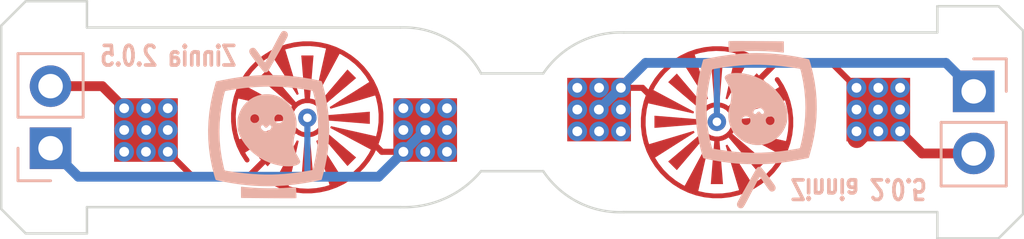
<source format=kicad_pcb>
(kicad_pcb (version 20221018) (generator pcbnew)
  (layers (0 "F.Cu" signal) (31 "B.Cu" signal) (36 "B.SilkS" user "B.Silkscreen") (37 "F.SilkS" user "F.Silkscreen") (38 "B.Mask" user) (39 "F.Mask" user) (44 "Edge.Cuts" user))
  (net 0 "")
  (net 1 "Net-(J1-Pad1)")
  (net 2 "Net-(J1-Pad2)")
  (net 3 "Net-(J2-Pad1)")
  (net 4 "Net-(J2-Pad2)")
  (footprint "PhobGCC_2_0_0_footprints:Trigger_Contact_Big" (layer "F.Cu") (at 47.422914 21.573)
    (fp_text reference "SW1" hide)
    (fp_text value "L" hide)
    (pad "1" thru_hole circle (at -5.7 -1.39) (size 0.8 0.8) (drill 0.4) (layers "*.Cu" "*.Mask") (net 1 "Net-(J1-Pad1)"))
    (pad "1" thru_hole circle (at -5.7 -0.5) (size 0.8 0.8) (drill 0.4) (layers "*.Cu" "*.Mask") (net 1 "Net-(J1-Pad1)"))
    (pad "1" thru_hole circle (at -5.7 0.39) (size 0.8 0.8) (drill 0.4) (layers "*.Cu" "*.Mask") (net 1 "Net-(J1-Pad1)"))
    (pad "1" thru_hole circle (at -4.82 -0.5) (size 0.8 0.8) (drill 0.4) (layers "*.Cu" "*.Mask") (net 1 "Net-(J1-Pad1)"))
    (pad "1" thru_hole circle (at -4.81 -1.39) (size 0.8 0.8) (drill 0.4) (layers "*.Cu" "*.Mask") (net 1 "Net-(J1-Pad1)"))
    (pad "1" smd custom (at -4.81 -0.5) (size 1.524 1.524) (layers "F.Cu" "F.Paste" "F.Mask") (net 1 "Net-(J1-Pad1)") (options (clearance outline) (anchor circle)) (primitives (gr_rect (start -1.3 -1.3) (end 1.3 1.3) (width 0) (fill yes))))
    (pad "1" thru_hole circle (at -4.81 0.39) (size 0.8 0.8) (drill 0.4) (layers "*.Cu" "*.Mask") (net 1 "Net-(J1-Pad1)"))
    (pad "1" thru_hole circle (at -3.92 -1.39) (size 0.8 0.8) (drill 0.4) (layers "*.Cu" "*.Mask") (net 1 "Net-(J1-Pad1)"))
    (pad "1" thru_hole circle (at -3.92 -0.5) (size 0.8 0.8) (drill 0.4) (layers "*.Cu" "*.Mask") (net 1 "Net-(J1-Pad1)"))
    (pad "1" thru_hole circle (at -3.92 0.39) (size 0.8 0.8) (drill 0.4) (layers "*.Cu" "*.Mask") (net 1 "Net-(J1-Pad1)"))
    (pad "1" smd custom (at -2.65 -1) (size 0.356 0.356) (layers "F.Cu" "F.Paste" "F.Mask") (net 1 "Net-(J1-Pad1)") (options (clearance outline) (anchor circle)) (primitives (gr_arc (start 5.111435 -0.72988) (mid 0.526945 3.15211) (end 4.399839 -1.440066) (width 0.2)) (gr_poly (pts (xy 1.703449 1.369774) (xy 1.738804 1.440485) (xy 0.114665 2.472705) (xy -0.1505 1.924697)) (width 0) (fill yes)) (gr_poly (pts (xy 3.005749 1.969063) (xy 3.076459 1.933707) (xy 4.114047 3.568938) (xy 3.56604 3.834103)) (width 0) (fill yes)) (gr_poly (pts (xy 2.287472 0.057205) (xy 2.21676 0.092561) (xy 1.183521 -1.534395) (xy 1.731529 -1.79956)) (width 0) (fill yes)) (gr_poly (pts (xy 3.583103 1.448376) (xy 3.608104 1.373376) (xy 5.48821 1.792543) (xy 5.288209 2.367544)) (width 0) (fill yes)) (gr_poly (pts (xy 2.235686 1.937266) (xy 2.310687 1.962266) (xy 1.879832 3.875973) (xy 1.304833 3.675973)) (width 0) (fill yes)) (gr_poly (pts (xy 3.634031 0.65999) (xy 3.598676 0.58928) (xy 5.221933 -0.442173) (xy 5.487098 0.105835)) (width 0) (fill yes)) (gr_poly (pts (xy 3.079247 0.078767) (xy 3.004246 0.053767) (xy 3.426359 -1.833924) (xy 4.001359 -1.633924)) (width 0) (fill yes)) (gr_poly (pts (xy 1.716083 0.585141) (xy 1.691082 0.66014) (xy -0.234407 0.224862) (xy -0.034407 -0.350138)) (width 0) (fill yes))))
    (pad "1" thru_hole circle (at 0 0) (size 0.75 0.75) (drill 0.35) (layers "*.Cu" "*.Mask") (net 1 "Net-(J1-Pad1)"))
    (pad "2" smd custom (at 1.65 -1.65) (size 0.356 0.156) (layers "F.Cu" "F.Paste" "F.Mask") (net 2 "Net-(J1-Pad2)") (options (clearance outline) (anchor rect)) (primitives (gr_poly (pts (xy -1.097608 1.226794) (xy -1.239029 1.085372) (xy -0.027632 -0.338156) (xy 0.325921 0.015398)) (width 0) (fill yes)) (gr_circle (center -1.65 1.65) (end -0.95 1.65) (width 0.2) (fill none)) (gr_poly (pts (xy -0.95 1.75) (xy -0.95 1.55) (xy 0.9 1.4) (xy 0.9 1.9)) (width 0) (fill yes)) (gr_poly (pts (xy -1.75 2.35) (xy -1.55 2.35) (xy -1.4 4.2) (xy -1.9 4.2)) (width 0) (fill yes)) (gr_poly (pts (xy -2.35 1.55) (xy -2.35 1.75) (xy -4.2 1.9) (xy -4.2 1.4)) (width 0) (fill yes)) (gr_poly (pts (xy -2.087557 1.085372) (xy -2.228979 1.226794) (xy -3.640007 0.027898) (xy -3.286453 -0.325656)) (width 0) (fill yes)) (gr_poly (pts (xy -1.239029 2.216743) (xy -1.097608 2.075322) (xy 0.32592 3.286718) (xy -0.027633 3.640271)) (width 0) (fill yes)) (gr_poly (pts (xy -2.228979 2.075322) (xy -2.087557 2.216743) (xy -3.286451 3.62777) (xy -3.640005 3.274217)) (width 0) (fill yes)) (gr_poly (pts (xy -1.55 0.95) (xy -1.75 0.95) (xy -1.9 -0.9) (xy -1.4 -0.9)) (width 0) (fill yes))))
    (pad "2" thru_hole circle (at 5.7 -1.39) (size 0.8 0.8) (drill 0.4) (layers "*.Cu" "*.Mask") (net 2 "Net-(J1-Pad2)"))
    (pad "2" thru_hole circle (at 5.7 -0.5) (size 0.8 0.8) (drill 0.4) (layers "*.Cu" "*.Mask") (net 2 "Net-(J1-Pad2)"))
    (pad "2" thru_hole circle (at 5.7 0.39) (size 0.8 0.8) (drill 0.4) (layers "*.Cu" "*.Mask") (net 2 "Net-(J1-Pad2)"))
    (pad "2" thru_hole circle (at 6.58 -0.5) (size 0.8 0.8) (drill 0.4) (layers "*.Cu" "*.Mask") (net 2 "Net-(J1-Pad2)"))
    (pad "2" thru_hole circle (at 6.59 -1.39) (size 0.8 0.8) (drill 0.4) (layers "*.Cu" "*.Mask") (net 2 "Net-(J1-Pad2)"))
    (pad "2" smd custom (at 6.59 -0.5) (size 1.524 1.524) (layers "F.Cu" "F.Paste" "F.Mask") (net 2 "Net-(J1-Pad2)") (options (clearance outline) (anchor circle)) (primitives (gr_rect (start -1.3 -1.3) (end 1.3 1.3) (width 0) (fill yes))))
    (pad "2" thru_hole circle (at 6.59 0.39) (size 0.8 0.8) (drill 0.4) (layers "*.Cu" "*.Mask") (net 2 "Net-(J1-Pad2)"))
    (pad "2" thru_hole circle (at 7.48 -1.39) (size 0.8 0.8) (drill 0.4) (layers "*.Cu" "*.Mask") (net 2 "Net-(J1-Pad2)"))
    (pad "2" thru_hole circle (at 7.48 -0.5) (size 0.8 0.8) (drill 0.4) (layers "*.Cu" "*.Mask") (net 2 "Net-(J1-Pad2)"))
    (pad "2" thru_hole circle (at 7.48 0.39) (size 0.8 0.8) (drill 0.4) (layers "*.Cu" "*.Mask") (net 2 "Net-(J1-Pad2)"))
  )
  (footprint "PhobGCC_Footprints:breakaway-mousebites-double" (layer "F.Cu") (at 40.33085 21.36 90)
    (fp_text reference "H2" hide)
    (fp_text value "MouseBiteRA" hide)
    (fp_line (start -2.233 -2.537893) (end -2.233 0.002107) (stroke (width 0.1)) (layer "Edge.Cuts"))
    (fp_line (start 1.767 -2.537893) (end 1.767 0.002107) (stroke (width 0.1)) (layer "Edge.Cuts"))
    (pad "" np_thru_hole circle (at -1.5 -2.26085 270) (size 0.7874 0.7874) (drill 0.7874) (layers "*.Cu" "*.Mask"))
    (pad "" np_thru_hole circle (at -1.5 -0.23 90) (size 0.7874 0.7874) (drill 0.7874) (layers "*.Cu" "*.Mask"))
    (pad "" np_thru_hole circle (at -0.23 -2.26085 270) (size 0.7874 0.7874) (drill 0.7874) (layers "*.Cu" "*.Mask"))
    (pad "" np_thru_hole circle (at -0.23 -0.23 90) (size 0.7874 0.7874) (drill 0.7874) (layers "*.Cu" "*.Mask"))
    (pad "" np_thru_hole circle (at 1.04 -2.26085 270) (size 0.7874 0.7874) (drill 0.7874) (layers "*.Cu" "*.Mask"))
    (pad "" np_thru_hole circle (at 1.04 -0.23 90) (size 0.7874 0.7874) (drill 0.7874) (layers "*.Cu" "*.Mask"))
  )
  (footprint "PhobGCC_2_0_0_footprints:Trigger_Contact_Big" (layer "F.Cu") (at 30.703 21.409503 180)
    (fp_text reference "SW2" hide)
    (fp_text value "R" hide)
    (pad "1" thru_hole circle (at -5.7 -1.39 180) (size 0.8 0.8) (drill 0.4) (layers "*.Cu" "*.Mask") (net 3 "Net-(J2-Pad1)"))
    (pad "1" thru_hole circle (at -5.7 -0.5 180) (size 0.8 0.8) (drill 0.4) (layers "*.Cu" "*.Mask") (net 3 "Net-(J2-Pad1)"))
    (pad "1" thru_hole circle (at -5.7 0.39 180) (size 0.8 0.8) (drill 0.4) (layers "*.Cu" "*.Mask") (net 3 "Net-(J2-Pad1)"))
    (pad "1" thru_hole circle (at -4.82 -0.5 180) (size 0.8 0.8) (drill 0.4) (layers "*.Cu" "*.Mask") (net 3 "Net-(J2-Pad1)"))
    (pad "1" thru_hole circle (at -4.81 -1.39 180) (size 0.8 0.8) (drill 0.4) (layers "*.Cu" "*.Mask") (net 3 "Net-(J2-Pad1)"))
    (pad "1" smd custom (at -4.81 -0.5 180) (size 1.524 1.524) (layers "F.Cu" "F.Paste" "F.Mask") (net 3 "Net-(J2-Pad1)") (options (clearance outline) (anchor circle)) (primitives (gr_rect (start -1.3 -1.3) (end 1.3 1.3) (width 0) (fill yes))))
    (pad "1" thru_hole circle (at -4.81 0.39 180) (size 0.8 0.8) (drill 0.4) (layers "*.Cu" "*.Mask") (net 3 "Net-(J2-Pad1)"))
    (pad "1" thru_hole circle (at -3.92 -1.39 180) (size 0.8 0.8) (drill 0.4) (layers "*.Cu" "*.Mask") (net 3 "Net-(J2-Pad1)"))
    (pad "1" thru_hole circle (at -3.92 -0.5 180) (size 0.8 0.8) (drill 0.4) (layers "*.Cu" "*.Mask") (net 3 "Net-(J2-Pad1)"))
    (pad "1" thru_hole circle (at -3.92 0.39 180) (size 0.8 0.8) (drill 0.4) (layers "*.Cu" "*.Mask") (net 3 "Net-(J2-Pad1)"))
    (pad "1" smd custom (at -2.65 -1 180) (size 0.356 0.356) (layers "F.Cu" "F.Paste" "F.Mask") (net 3 "Net-(J2-Pad1)") (options (clearance outline) (anchor circle)) (primitives (gr_arc (start 5.111435 -0.72988) (mid 0.526945 3.15211) (end 4.399839 -1.440066) (width 0.2)) (gr_poly (pts (xy 1.703449 1.369774) (xy 1.738804 1.440485) (xy 0.114665 2.472705) (xy -0.1505 1.924697)) (width 0) (fill yes)) (gr_poly (pts (xy 3.005749 1.969063) (xy 3.076459 1.933707) (xy 4.114047 3.568938) (xy 3.56604 3.834103)) (width 0) (fill yes)) (gr_poly (pts (xy 2.287472 0.057205) (xy 2.21676 0.092561) (xy 1.183521 -1.534395) (xy 1.731529 -1.79956)) (width 0) (fill yes)) (gr_poly (pts (xy 3.583103 1.448376) (xy 3.608104 1.373376) (xy 5.48821 1.792543) (xy 5.288209 2.367544)) (width 0) (fill yes)) (gr_poly (pts (xy 2.235686 1.937266) (xy 2.310687 1.962266) (xy 1.879832 3.875973) (xy 1.304833 3.675973)) (width 0) (fill yes)) (gr_poly (pts (xy 3.634031 0.65999) (xy 3.598676 0.58928) (xy 5.221933 -0.442173) (xy 5.487098 0.105835)) (width 0) (fill yes)) (gr_poly (pts (xy 3.079247 0.078767) (xy 3.004246 0.053767) (xy 3.426359 -1.833924) (xy 4.001359 -1.633924)) (width 0) (fill yes)) (gr_poly (pts (xy 1.716083 0.585141) (xy 1.691082 0.66014) (xy -0.234407 0.224862) (xy -0.034407 -0.350138)) (width 0) (fill yes))))
    (pad "1" thru_hole circle (at 0 0 180) (size 0.75 0.75) (drill 0.35) (layers "*.Cu" "*.Mask") (net 3 "Net-(J2-Pad1)"))
    (pad "2" smd custom (at 1.65 -1.65 180) (size 0.356 0.156) (layers "F.Cu" "F.Paste" "F.Mask") (net 4 "Net-(J2-Pad2)") (options (clearance outline) (anchor rect)) (primitives (gr_poly (pts (xy -1.097608 1.226794) (xy -1.239029 1.085372) (xy -0.027632 -0.338156) (xy 0.325921 0.015398)) (width 0) (fill yes)) (gr_circle (center -1.65 1.65) (end -0.95 1.65) (width 0.2) (fill none)) (gr_poly (pts (xy -0.95 1.75) (xy -0.95 1.55) (xy 0.9 1.4) (xy 0.9 1.9)) (width 0) (fill yes)) (gr_poly (pts (xy -1.75 2.35) (xy -1.55 2.35) (xy -1.4 4.2) (xy -1.9 4.2)) (width 0) (fill yes)) (gr_poly (pts (xy -2.35 1.55) (xy -2.35 1.75) (xy -4.2 1.9) (xy -4.2 1.4)) (width 0) (fill yes)) (gr_poly (pts (xy -2.087557 1.085372) (xy -2.228979 1.226794) (xy -3.640007 0.027898) (xy -3.286453 -0.325656)) (width 0) (fill yes)) (gr_poly (pts (xy -1.239029 2.216743) (xy -1.097608 2.075322) (xy 0.32592 3.286718) (xy -0.027633 3.640271)) (width 0) (fill yes)) (gr_poly (pts (xy -2.228979 2.075322) (xy -2.087557 2.216743) (xy -3.286451 3.62777) (xy -3.640005 3.274217)) (width 0) (fill yes)) (gr_poly (pts (xy -1.55 0.95) (xy -1.75 0.95) (xy -1.9 -0.9) (xy -1.4 -0.9)) (width 0) (fill yes))))
    (pad "2" thru_hole circle (at 5.7 -1.39 180) (size 0.8 0.8) (drill 0.4) (layers "*.Cu" "*.Mask") (net 4 "Net-(J2-Pad2)"))
    (pad "2" thru_hole circle (at 5.7 -0.5 180) (size 0.8 0.8) (drill 0.4) (layers "*.Cu" "*.Mask") (net 4 "Net-(J2-Pad2)"))
    (pad "2" thru_hole circle (at 5.7 0.39 180) (size 0.8 0.8) (drill 0.4) (layers "*.Cu" "*.Mask") (net 4 "Net-(J2-Pad2)"))
    (pad "2" thru_hole circle (at 6.58 -0.5 180) (size 0.8 0.8) (drill 0.4) (layers "*.Cu" "*.Mask") (net 4 "Net-(J2-Pad2)"))
    (pad "2" thru_hole circle (at 6.59 -1.39 180) (size 0.8 0.8) (drill 0.4) (layers "*.Cu" "*.Mask") (net 4 "Net-(J2-Pad2)"))
    (pad "2" smd custom (at 6.59 -0.5 180) (size 1.524 1.524) (layers "F.Cu" "F.Paste" "F.Mask") (net 4 "Net-(J2-Pad2)") (options (clearance outline) (anchor circle)) (primitives (gr_rect (start -1.3 -1.3) (end 1.3 1.3) (width 0) (fill yes))))
    (pad "2" thru_hole circle (at 6.59 0.39 180) (size 0.8 0.8) (drill 0.4) (layers "*.Cu" "*.Mask") (net 4 "Net-(J2-Pad2)"))
    (pad "2" thru_hole circle (at 7.48 -1.39 180) (size 0.8 0.8) (drill 0.4) (layers "*.Cu" "*.Mask") (net 4 "Net-(J2-Pad2)"))
    (pad "2" thru_hole circle (at 7.48 -0.5 180) (size 0.8 0.8) (drill 0.4) (layers "*.Cu" "*.Mask") (net 4 "Net-(J2-Pad2)"))
    (pad "2" thru_hole circle (at 7.48 0.39 180) (size 0.8 0.8) (drill 0.4) (layers "*.Cu" "*.Mask") (net 4 "Net-(J2-Pad2)"))
  )
  (footprint "PhobGCC_Footprints:Pin_Header_Straight_1x02_Pitch2.54mm" (layer "B.Cu") (at 57.907914 20.328003 180)
    (fp_text reference "J1" hide)
    (fp_text value "L" hide)
    (fp_line (start -1.33 -3.87) (end 1.33 -3.87) (stroke (width 0.12)) (layer "B.SilkS"))
    (fp_line (start -1.33 -1.27) (end -1.33 -3.87) (stroke (width 0.12)) (layer "B.SilkS"))
    (fp_line (start -1.33 -1.27) (end 1.33 -1.27) (stroke (width 0.12)) (layer "B.SilkS"))
    (fp_line (start -1.33 0) (end -1.33 1.33) (stroke (width 0.12)) (layer "B.SilkS"))
    (fp_line (start -1.33 1.33) (end 0 1.33) (stroke (width 0.12)) (layer "B.SilkS"))
    (fp_line (start 1.33 -1.27) (end 1.33 -3.87) (stroke (width 0.12)) (layer "B.SilkS"))
    (pad "1" thru_hole rect (at 0 0 180) (size 1.7 1.7) (drill 1) (layers "*.Cu" "*.Mask") (net 1 "Net-(J1-Pad1)"))
    (pad "2" thru_hole oval (at 0 -2.54 180) (size 1.7 1.7) (drill 1) (layers "*.Cu" "*.Mask") (net 2 "Net-(J1-Pad2)"))
  )
  (footprint "Library:phobtv_bold_smol" (layer "B.Cu") (at 49.024943 21.685)
    (fp_text reference "G***" hide)
    (fp_text value "LOGO" hide)
    (fp_poly (pts (xy 1.128773 -2.944901) (xy 1.13119 -2.945735) (xy 1.132329 -2.957281) (xy 1.133129 -2.986661) (xy 1.13361 -3.029938) (xy 1.133795 -3.083174) (xy 1.133708 -3.142431) (xy 1.133368 -3.203771) (xy 1.1328 -3.263258) (xy 1.132025 -3.316954) (xy 1.131065 -3.360921) (xy 1.129943 -3.391221) (xy 1.128681 -3.403918) (xy 1.128604 -3.404031) (xy 1.117709 -3.404349) (xy 1.086478 -3.404802) (xy 1.036351 -3.405378) (xy 0.968764 -3.406064) (xy 0.885158 -3.406847) (xy 0.78697 -3.407716) (xy 0.675639 -3.408657) (xy 0.552603 -3.409658) (xy 0.419301 -3.410707) (xy 0.277172 -3.411792) (xy 0.127653 -3.412899) (xy 0.004348 -3.413788) (xy -0.185953 -3.415088) (xy -0.355457 -3.416119) (xy -0.505138 -3.416879) (xy -0.635972 -3.417362) (xy -0.748934 -3.417564) (xy -0.844998 -3.417481) (xy -0.925141 -3.417108) (xy -0.990337 -3.416442) (xy -1.041561 -3.415478) (xy -1.07979 -3.414212) (xy -1.105997 -3.41264) (xy -1.121158 -3.410757) (xy -1.126145 -3.408828) (xy -1.128989 -3.393264) (xy -1.13037 -3.360941) (xy -1.130462 -3.315773) (xy -1.12944 -3.261675) (xy -1.127477 -3.202563) (xy -1.124747 -3.142353) (xy -1.121424 -3.084958) (xy -1.117681 -3.034296) (xy -1.113692 -2.99428) (xy -1.109632 -2.968827) (xy -1.106286 -2.961564) (xy -1.09193 -2.962508) (xy -1.059643 -2.964987) (xy -1.01319 -2.9687) (xy -0.956337 -2.973346) (xy -0.903643 -2.977721) (xy -0.602638 -2.997432) (xy -0.288392 -3.007747) (xy 0.032733 -3.008756) (xy 0.354379 -3.000551) (xy 0.670184 -2.983219) (xy 0.973789 -2.956852) (xy 1.033638 -2.950373) (xy 1.076029 -2.946313) (xy 1.109532 -2.944404)) (fill solid) (layer "B.SilkS"))
    (fp_poly (pts (xy -0.59812 3.42473) (xy -0.584482 3.42319) (xy -0.571776 3.420306) (xy -0.559287 3.414918) (xy -0.546301 3.405862) (xy -0.532103 3.391979) (xy -0.515979 3.372104) (xy -0.497216 3.345077) (xy -0.475098 3.309736) (xy -0.448911 3.264918) (xy -0.417942 3.209462) (xy -0.381475 3.142206) (xy -0.338797 3.061987) (xy -0.289193 2.967645) (xy -0.23195 2.858017) (xy -0.166351 2.731941) (xy -0.091685 2.588256) (xy -0.055279 2.518204) (xy -0.01572 2.442223) (xy 0.02169 2.370611) (xy 0.055475 2.306177) (xy 0.084155 2.25173) (xy 0.106256 2.210079) (xy 0.120299 2.184032) (xy 0.122897 2.179369) (xy 0.138152 2.153686) (xy 0.147734 2.144631) (xy 0.156638 2.149851) (xy 0.164435 2.159793) (xy 0.174899 2.174535) (xy 0.195901 2.20475) (xy 0.22571 2.247925) (xy 0.262594 2.301545) (xy 0.304822 2.363097) (xy 0.350662 2.430066) (xy 0.359254 2.442633) (xy 0.418275 2.527919) (xy 0.46914 2.599199) (xy 0.511079 2.655455) (xy 0.543324 2.695666) (xy 0.565106 2.718812) (xy 0.57051 2.72294) (xy 0.618958 2.740681) (xy 0.670728 2.74032) (xy 0.719967 2.723501) (xy 0.760824 2.69187) (xy 0.780189 2.664) (xy 0.796689 2.61039) (xy 0.7918 2.554324) (xy 0.765475 2.495278) (xy 0.764157 2.493137) (xy 0.742209 2.459787) (xy 0.710563 2.414409) (xy 0.670928 2.359245) (xy 0.625015 2.296538) (xy 0.574533 2.228531) (xy 0.521192 2.157467) (xy 0.466703 2.085589) (xy 0.412775 2.015138) (xy 0.361119 1.948359) (xy 0.313444 1.887493) (xy 0.271461 1.834783) (xy 0.236879 1.792473) (xy 0.211408 1.762805) (xy 0.196759 1.748022) (xy 0.195304 1.747062) (xy 0.146972 1.733083) (xy 0.095475 1.735985) (xy 0.06297 1.747997) (xy 0.039548 1.7673) (xy 0.015318 1.797046) (xy 0.007057 1.810163) (xy -0.048584 1.907708) (xy -0.108173 2.012418) (xy -0.170529 2.122202) (xy -0.234473 2.234968) (xy -0.298824 2.348625) (xy -0.362402 2.461083) (xy -0.424028 2.57025) (xy -0.482521 2.674034) (xy -0.536701 2.770345) (xy -0.585388 2.857093) (xy -0.627403 2.932184) (xy -0.661565 2.993529) (xy -0.686694 3.039036) (xy -0.695127 3.054504) (xy -0.72892 3.117818) (xy -0.753166 3.165834) (xy -0.769319 3.202047) (xy -0.778833 3.229953) (xy -0.783161 3.253046) (xy -0.783883 3.267918) (xy -0.774178 3.323421) (xy -0.747489 3.370205) (xy -0.707453 3.404896) (xy -0.65771 3.424116) (xy -0.613403 3.42609)) (fill solid) (layer "B.SilkS"))
    (fp_poly (pts (xy 0.162363 0.840019) (xy 0.312452 0.819482) (xy 0.461465 0.779284) (xy 0.607771 0.718737) (xy 0.649975 0.696997) (xy 0.7857 0.611664) (xy 0.907633 0.509969) (xy 1.014824 0.393133) (xy 1.106325 0.262377) (xy 1.181188 0.118921) (xy 1.238463 -0.036012) (xy 1.249378 -0.074365) (xy 1.260146 -0.116636) (xy 1.267816 -0.154048) (xy 1.272903 -0.191873) (xy 1.275924 -0.235381) (xy 1.277397 -0.289844) (xy 1.277837 -0.360533) (xy 1.277841 -0.364724) (xy 1.275868 -0.472086) (xy 1.269006 -0.563504) (xy 1.256148 -0.644475) (xy 1.236185 -0.720499) (xy 1.208011 -0.797073) (xy 1.176628 -0.867015) (xy 1.077804 -1.048975) (xy 0.96094 -1.22021) (xy 0.827496 -1.379683) (xy 0.678932 -1.526355) (xy 0.516709 -1.65919) (xy 0.342288 -1.777149) (xy 0.157128 -1.879195) (xy -0.037309 -1.964291) (xy -0.239564 -2.031398) (xy -0.448175 -2.07948) (xy -0.553086 -2.095888) (xy -0.636564 -2.104315) (xy -0.727664 -2.109134) (xy -0.819318 -2.110274) (xy -0.904461 -2.107663) (xy -0.976024 -2.101228) (xy -0.982752 -2.100285) (xy -1.07249 -2.082329) (xy -1.148703 -2.05724) (xy -1.209671 -2.026053) (xy -1.253675 -1.989807) (xy -1.278997 -1.949539) (xy -1.284697 -1.918084) (xy -1.278264 -1.88773) (xy -1.25929 -1.840995) (xy -1.228266 -1.77894) (xy -1.18568 -1.702631) (xy -1.184754 -1.701035) (xy -1.126819 -1.596941) (xy -1.082312 -1.506876) (xy -1.050215 -1.42858) (xy -1.029509 -1.359792) (xy -1.027924 -1.35289) (xy -1.015291 -1.261036) (xy -1.014202 -1.153305) (xy -1.024399 -1.032121) (xy -1.045625 -0.899909) (xy -1.077623 -0.759092) (xy -1.099252 -0.680454) (xy -1.125763 -0.5577) (xy -1.129806 -0.513594) (xy -0.111014 -0.513594) (xy -0.094045 -0.558235) (xy -0.080596 -0.579578) (xy -0.032354 -0.632298) (xy 0.024243 -0.664967) (xy 0.089325 -0.677622) (xy 0.163027 -0.670306) (xy 0.192531 -0.662538) (xy 0.222368 -0.646408) (xy 0.256711 -0.617636) (xy 0.289227 -0.582469) (xy 0.313587 -0.547154) (xy 0.317613 -0.539138) (xy 0.324271 -0.500678) (xy 0.312081 -0.464065) (xy 0.288276 -0.439778) (xy 0.26483 -0.428438) (xy 0.241928 -0.430528) (xy 0.228569 -0.435517) (xy 0.206162 -0.447203) (xy 0.196022 -0.457239) (xy 0.195971 -0.457751) (xy 0.18954 -0.47093) (xy 0.173528 -0.492971) (xy 0.167785 -0.499979) (xy 0.134228 -0.527281) (xy 0.098891 -0.533367) (xy 0.064139 -0.518164) (xy 0.048583 -0.503536) (xy 0.023265 -0.475015) (xy -0.000411 -0.448248) (xy -0.000558 -0.448081) (xy -0.022967 -0.430011) (xy -0.048129 -0.428798) (xy -0.052357 -0.429745) (xy -0.089782 -0.44729) (xy -0.109463 -0.475926) (xy -0.111014 -0.513594) (xy -1.129806 -0.513594) (xy -1.137966 -0.424562) (xy -1.135917 -0.287023) (xy -1.120353 -0.156754) (xy -0.587872 -0.156754) (xy -0.577987 -0.219373) (xy -0.549907 -0.273013) (xy -0.505844 -0.314169) (xy -0.479406 -0.328575) (xy -0.441228 -0.337057) (xy -0.393983 -0.336335) (xy -0.347856 -0.327377) (xy -0.31562 -0.313009) (xy -0.269034 -0.272203) (xy -0.241614 -0.224727) (xy -0.234696 -0.191958) (xy 0.393496 -0.191958) (xy 0.399564 -0.220902) (xy 0.414631 -0.248514) (xy 0.415734 -0.250148) (xy 0.45918 -0.299023) (xy 0.510129 -0.327839) (xy 0.570194 -0.337501) (xy 0.571582 -0.337505) (xy 0.620945 -0.332523) (xy 0.660164 -0.315875) (xy 0.664976 -0.31275) (xy 0.712785 -0.271466) (xy 0.740478 -0.224403) (xy 0.749504 -0.168779) (xy 0.748914 -0.15171) (xy 0.735905 -0.088784) (xy 0.7064 -0.0399) (xy 0.659971 -0.004405) (xy 0.64887 0.00103) (xy 0.59371 0.018531) (xy 0.541799 0.017155) (xy 0.494294 0.00103) (xy 0.444503 -0.031922) (xy 0.41172 -0.078135) (xy 0.395517 -0.138262) (xy 0.39425 -0.15171) (xy 0.393496 -0.191958) (xy -0.234696 -0.191958) (xy -0.231692 -0.177729) (xy -0.235855 -0.118771) (xy -0.257272 -0.067345) (xy -0.292399 -0.025802) (xy -0.337693 0.003508) (xy -0.389611 0.018236) (xy -0.444609 0.016031) (xy -0.495048 -0.003067) (xy -0.545257 -0.041774) (xy -0.576057 -0.090243) (xy -0.58774 -0.148953) (xy -0.587872 -0.156754) (xy -1.120353 -0.156754) (xy -1.119673 -0.151063) (xy -1.093177 -0.035732) (xy -1.038897 0.11477) (xy -0.967752 0.253152) (xy -0.881373 0.378727) (xy -0.78139 0.49081) (xy -0.669436 0.588715) (xy -0.547141 0.671757) (xy -0.416136 0.739249) (xy -0.278052 0.790507) (xy -0.13452 0.824845) (xy 0.012828 0.841578)) (fill solid) (layer "B.SilkS"))
    (fp_poly (pts (xy 0.161396 1.622304) (xy 0.359089 1.616435) (xy 0.55271 1.606222) (xy 0.745436 1.59131) (xy 0.940445 1.571344) (xy 1.140916 1.545968) (xy 1.350027 1.514829) (xy 1.570956 1.477571) (xy 1.806882 1.433839) (xy 1.997747 1.396139) (xy 2.150102 1.365355) (xy 2.185427 1.246094) (xy 2.287068 0.867295) (xy 2.367023 0.490327) (xy 2.425295 0.115066) (xy 2.461884 -0.258609) (xy 2.476792 -0.630822) (xy 2.470021 -1.001695) (xy 2.441573 -1.371351) (xy 2.391447 -1.739913) (xy 2.319647 -2.107503) (xy 2.230065 -2.460523) (xy 2.212119 -2.522292) (xy 2.195241 -2.577153) (xy 2.180618 -2.621498) (xy 2.169433 -2.65172) (xy 2.16324 -2.663909) (xy 2.148336 -2.670215) (xy 2.114475 -2.679704) (xy 2.064156 -2.691854) (xy 1.999881 -2.706146) (xy 1.924149 -2.722059) (xy 1.83946 -2.739071) (xy 1.748315 -2.756662) (xy 1.653212 -2.774312) (xy 1.556654 -2.7915) (xy 1.521687 -2.797531) (xy 1.214507 -2.844327) (xy 0.90246 -2.880878) (xy 0.590486 -2.906829) (xy 0.283522 -2.921827) (xy -0.013496 -2.925517) (xy -0.206858 -2.921402) (xy -0.635153 -2.897266) (xy -1.057241 -2.855709) (xy -1.477714 -2.796132) (xy -1.901164 -2.717939) (xy -2.10039 -2.675066) (xy -2.159417 -2.661807) (xy -2.190705 -2.553) (xy -2.289951 -2.171057) (xy -2.36751 -1.790765) (xy -2.423391 -1.411891) (xy -2.457599 -1.034205) (xy -2.470143 -0.657475) (xy -2.47004 -0.653236) (xy -2.018199 -0.653236) (xy -2.015624 -0.837629) (xy -2.008388 -1.009704) (xy -1.995885 -1.175605) (xy -1.97751 -1.341472) (xy -1.952657 -1.513449) (xy -1.92072 -1.697678) (xy -1.909276 -1.758294) (xy -1.897795 -1.815238) (xy -1.883895 -1.879697) (xy -1.868416 -1.948237) (xy -1.852198 -2.017424) (xy -1.83608 -2.083823) (xy -1.820901 -2.144001) (xy -1.8075 -2.194523) (xy -1.796718 -2.231954) (xy -1.789394 -2.25286) (xy -1.787677 -2.255773) (xy -1.774485 -2.260242) (xy -1.742879 -2.267433) (xy -1.695972 -2.276798) (xy -1.636878 -2.287791) (xy -1.56871 -2.299863) (xy -1.494581 -2.312466) (xy -1.417604 -2.325052) (xy -1.340894 -2.337075) (xy -1.267563 -2.347985) (xy -1.246592 -2.350973) (xy -0.94631 -2.389436) (xy -0.660917 -2.417912) (xy -0.386075 -2.436633) (xy -0.117447 -2.445835) (xy 0.149305 -2.445752) (xy 0.375611 -2.438654) (xy 0.705458 -2.418983) (xy 1.026407 -2.389658) (xy 1.348651 -2.349642) (xy 1.55688 -2.318483) (xy 1.622041 -2.308042) (xy 1.681006 -2.298423) (xy 1.729909 -2.290271) (xy 1.764885 -2.284229) (xy 1.781791 -2.281008) (xy 1.792169 -2.276096) (xy 1.801247 -2.264442) (xy 1.810361 -2.242642) (xy 1.820847 -2.207293) (xy 1.834041 -2.154989) (xy 1.838444 -2.13667) (xy 1.914414 -1.773068) (xy 1.968612 -1.409741) (xy 2.001039 -1.046666) (xy 2.011693 -0.683817) (xy 2.000576 -0.321167) (xy 1.967688 0.041309) (xy 1.91303 0.403636) (xy 1.867572 0.631128) (xy 1.851364 0.703463) (xy 1.835066 0.77303) (xy 1.819516 0.836552) (xy 1.805547 0.890754) (xy 1.793997 0.932364) (xy 1.785699 0.958105) (xy 1.782441 0.96478) (xy 1.768019 0.970209) (xy 1.73469 0.978064) (xy 1.685134 0.987921) (xy 1.622033 0.999359) (xy 1.548066 1.011952) (xy 1.465914 1.025279) (xy 1.378258 1.038917) (xy 1.287778 1.052442) (xy 1.197154 1.065432) (xy 1.109068 1.077463) (xy 1.026199 1.088112) (xy 0.951227 1.096957) (xy 0.930862 1.099176) (xy 0.567955 1.131126) (xy 0.211022 1.149214) (xy -0.137348 1.153418) (xy -0.474563 1.143713) (xy -0.798035 1.120075) (xy -0.843763 1.115477) (xy -0.928307 1.106209) (xy -1.019973 1.095349) (xy -1.116295 1.083259) (xy -1.214809 1.070302) (xy -1.31305 1.056841) (xy -1.408552 1.043239) (xy -1.498851 1.029858) (xy -1.581482 1.017061) (xy -1.65398 1.00521) (xy -1.713879 0.994669) (xy -1.758715 0.985801) (xy -1.786023 0.978967) (xy -1.793238 0.975757) (xy -1.798863 0.962277) (xy -1.808297 0.931036) (xy -1.820672 0.885541) (xy -1.835119 0.829296) (xy -1.850771 0.765807) (xy -1.866759 0.698581) (xy -1.882215 0.631122) (xy -1.896271 0.566937) (xy -1.905466 0.522589) (xy -1.945937 0.302451) (xy -1.976786 0.090528) (xy -1.998642 -0.11977) (xy -2.012137 -0.335032) (xy -2.017904 -0.561847) (xy -2.018199 -0.653236) (xy -2.47004 -0.653236) (xy -2.46103 -0.28147) (xy -2.430266 0.094041) (xy -2.377858 0.46929) (xy -2.303815 0.844507) (xy -2.296126 0.878126) (xy -2.278157 0.953714) (xy -2.258844 1.031297) (xy -2.239038 1.10781) (xy -2.219589 1.180186) (xy -2.201346 1.245359) (xy -2.18516 1.300263) (xy -2.171881 1.341833) (xy -2.162358 1.367001) (xy -2.158999 1.372774) (xy -2.14358 1.379498) (xy -2.109265 1.38919) (xy -2.058652 1.401343) (xy -1.994341 1.415449) (xy -1.918931 1.430998) (xy -1.835019 1.447485) (xy -1.745206 1.4644) (xy -1.65209 1.481236) (xy -1.55827 1.497485) (xy -1.466345 1.512639) (xy -1.378913 1.52619) (xy -1.358718 1.529172) (xy -1.090097 1.564906) (xy -0.831992 1.591709) (xy -0.576585 1.610147) (xy -0.31606 1.620784) (xy -0.043549 1.624185)) (fill solid) (layer "B.SilkS"))
  )
  (footprint "PhobGCC_Footprints:Pin_Header_Straight_1x02_Pitch2.54mm" (layer "B.Cu") (at 20.218 22.6545)
    (fp_text reference "J2" hide)
    (fp_text value "R" hide)
    (fp_line (start -1.33 -3.87) (end 1.33 -3.87) (stroke (width 0.12)) (layer "B.SilkS"))
    (fp_line (start -1.33 -1.27) (end -1.33 -3.87) (stroke (width 0.12)) (layer "B.SilkS"))
    (fp_line (start -1.33 -1.27) (end 1.33 -1.27) (stroke (width 0.12)) (layer "B.SilkS"))
    (fp_line (start -1.33 0) (end -1.33 1.33) (stroke (width 0.12)) (layer "B.SilkS"))
    (fp_line (start -1.33 1.33) (end 0 1.33) (stroke (width 0.12)) (layer "B.SilkS"))
    (fp_line (start 1.33 -1.27) (end 1.33 -3.87) (stroke (width 0.12)) (layer "B.SilkS"))
    (pad "1" thru_hole rect (at 0 0) (size 1.7 1.7) (drill 1) (layers "*.Cu" "*.Mask") (net 3 "Net-(J2-Pad1)"))
    (pad "2" thru_hole oval (at 0 -2.54) (size 1.7 1.7) (drill 1) (layers "*.Cu" "*.Mask") (net 4 "Net-(J2-Pad2)"))
  )
  (footprint "Library:phobtv_bold_smol" (layer "B.Cu") (at 29.124943 21.285 180)
    (fp_text reference "G***" hide)
    (fp_text value "LOGO" hide)
    (fp_poly (pts (xy 1.128773 -2.944901) (xy 1.13119 -2.945735) (xy 1.132329 -2.957281) (xy 1.133129 -2.986661) (xy 1.13361 -3.029938) (xy 1.133795 -3.083174) (xy 1.133708 -3.142431) (xy 1.133368 -3.203771) (xy 1.1328 -3.263258) (xy 1.132025 -3.316954) (xy 1.131065 -3.360921) (xy 1.129943 -3.391221) (xy 1.128681 -3.403918) (xy 1.128604 -3.404031) (xy 1.117709 -3.404349) (xy 1.086478 -3.404802) (xy 1.036351 -3.405378) (xy 0.968764 -3.406064) (xy 0.885158 -3.406847) (xy 0.78697 -3.407716) (xy 0.675639 -3.408657) (xy 0.552603 -3.409658) (xy 0.419301 -3.410707) (xy 0.277172 -3.411792) (xy 0.127653 -3.412899) (xy 0.004348 -3.413788) (xy -0.185953 -3.415088) (xy -0.355457 -3.416119) (xy -0.505138 -3.416879) (xy -0.635972 -3.417362) (xy -0.748934 -3.417564) (xy -0.844998 -3.417481) (xy -0.925141 -3.417108) (xy -0.990337 -3.416442) (xy -1.041561 -3.415478) (xy -1.07979 -3.414212) (xy -1.105997 -3.41264) (xy -1.121158 -3.410757) (xy -1.126145 -3.408828) (xy -1.128989 -3.393264) (xy -1.13037 -3.360941) (xy -1.130462 -3.315773) (xy -1.12944 -3.261675) (xy -1.127477 -3.202563) (xy -1.124747 -3.142353) (xy -1.121424 -3.084958) (xy -1.117681 -3.034296) (xy -1.113692 -2.99428) (xy -1.109632 -2.968827) (xy -1.106286 -2.961564) (xy -1.09193 -2.962508) (xy -1.059643 -2.964987) (xy -1.01319 -2.9687) (xy -0.956337 -2.973346) (xy -0.903643 -2.977721) (xy -0.602638 -2.997432) (xy -0.288392 -3.007747) (xy 0.032733 -3.008756) (xy 0.354379 -3.000551) (xy 0.670184 -2.983219) (xy 0.973789 -2.956852) (xy 1.033638 -2.950373) (xy 1.076029 -2.946313) (xy 1.109532 -2.944404)) (fill solid) (layer "B.SilkS"))
    (fp_poly (pts (xy -0.59812 3.42473) (xy -0.584482 3.42319) (xy -0.571776 3.420306) (xy -0.559287 3.414918) (xy -0.546301 3.405862) (xy -0.532103 3.391979) (xy -0.515979 3.372104) (xy -0.497216 3.345077) (xy -0.475098 3.309736) (xy -0.448911 3.264918) (xy -0.417942 3.209462) (xy -0.381475 3.142206) (xy -0.338797 3.061987) (xy -0.289193 2.967645) (xy -0.23195 2.858017) (xy -0.166351 2.731941) (xy -0.091685 2.588256) (xy -0.055279 2.518204) (xy -0.01572 2.442223) (xy 0.02169 2.370611) (xy 0.055475 2.306177) (xy 0.084155 2.25173) (xy 0.106256 2.210079) (xy 0.120299 2.184032) (xy 0.122897 2.179369) (xy 0.138152 2.153686) (xy 0.147734 2.144631) (xy 0.156638 2.149851) (xy 0.164435 2.159793) (xy 0.174899 2.174535) (xy 0.195901 2.20475) (xy 0.22571 2.247925) (xy 0.262594 2.301545) (xy 0.304822 2.363097) (xy 0.350662 2.430066) (xy 0.359254 2.442633) (xy 0.418275 2.527919) (xy 0.46914 2.599199) (xy 0.511079 2.655455) (xy 0.543324 2.695666) (xy 0.565106 2.718812) (xy 0.57051 2.72294) (xy 0.618958 2.740681) (xy 0.670728 2.74032) (xy 0.719967 2.723501) (xy 0.760824 2.69187) (xy 0.780189 2.664) (xy 0.796689 2.61039) (xy 0.7918 2.554324) (xy 0.765475 2.495278) (xy 0.764157 2.493137) (xy 0.742209 2.459787) (xy 0.710563 2.414409) (xy 0.670928 2.359245) (xy 0.625015 2.296538) (xy 0.574533 2.228531) (xy 0.521192 2.157467) (xy 0.466703 2.085589) (xy 0.412775 2.015138) (xy 0.361119 1.948359) (xy 0.313444 1.887493) (xy 0.271461 1.834783) (xy 0.236879 1.792473) (xy 0.211408 1.762805) (xy 0.196759 1.748022) (xy 0.195304 1.747062) (xy 0.146972 1.733083) (xy 0.095475 1.735985) (xy 0.06297 1.747997) (xy 0.039548 1.7673) (xy 0.015318 1.797046) (xy 0.007057 1.810163) (xy -0.048584 1.907708) (xy -0.108173 2.012418) (xy -0.170529 2.122202) (xy -0.234473 2.234968) (xy -0.298824 2.348625) (xy -0.362402 2.461083) (xy -0.424028 2.57025) (xy -0.482521 2.674034) (xy -0.536701 2.770345) (xy -0.585388 2.857093) (xy -0.627403 2.932184) (xy -0.661565 2.993529) (xy -0.686694 3.039036) (xy -0.695127 3.054504) (xy -0.72892 3.117818) (xy -0.753166 3.165834) (xy -0.769319 3.202047) (xy -0.778833 3.229953) (xy -0.783161 3.253046) (xy -0.783883 3.267918) (xy -0.774178 3.323421) (xy -0.747489 3.370205) (xy -0.707453 3.404896) (xy -0.65771 3.424116) (xy -0.613403 3.42609)) (fill solid) (layer "B.SilkS"))
    (fp_poly (pts (xy 0.162363 0.840019) (xy 0.312452 0.819482) (xy 0.461465 0.779284) (xy 0.607771 0.718737) (xy 0.649975 0.696997) (xy 0.7857 0.611664) (xy 0.907633 0.509969) (xy 1.014824 0.393133) (xy 1.106325 0.262377) (xy 1.181188 0.118921) (xy 1.238463 -0.036012) (xy 1.249378 -0.074365) (xy 1.260146 -0.116636) (xy 1.267816 -0.154048) (xy 1.272903 -0.191873) (xy 1.275924 -0.235381) (xy 1.277397 -0.289844) (xy 1.277837 -0.360533) (xy 1.277841 -0.364724) (xy 1.275868 -0.472086) (xy 1.269006 -0.563504) (xy 1.256148 -0.644475) (xy 1.236185 -0.720499) (xy 1.208011 -0.797073) (xy 1.176628 -0.867015) (xy 1.077804 -1.048975) (xy 0.96094 -1.22021) (xy 0.827496 -1.379683) (xy 0.678932 -1.526355) (xy 0.516709 -1.65919) (xy 0.342288 -1.777149) (xy 0.157128 -1.879195) (xy -0.037309 -1.964291) (xy -0.239564 -2.031398) (xy -0.448175 -2.07948) (xy -0.553086 -2.095888) (xy -0.636564 -2.104315) (xy -0.727664 -2.109134) (xy -0.819318 -2.110274) (xy -0.904461 -2.107663) (xy -0.976024 -2.101228) (xy -0.982752 -2.100285) (xy -1.07249 -2.082329) (xy -1.148703 -2.05724) (xy -1.209671 -2.026053) (xy -1.253675 -1.989807) (xy -1.278997 -1.949539) (xy -1.284697 -1.918084) (xy -1.278264 -1.88773) (xy -1.25929 -1.840995) (xy -1.228266 -1.77894) (xy -1.18568 -1.702631) (xy -1.184754 -1.701035) (xy -1.126819 -1.596941) (xy -1.082312 -1.506876) (xy -1.050215 -1.42858) (xy -1.029509 -1.359792) (xy -1.027924 -1.35289) (xy -1.015291 -1.261036) (xy -1.014202 -1.153305) (xy -1.024399 -1.032121) (xy -1.045625 -0.899909) (xy -1.077623 -0.759092) (xy -1.099252 -0.680454) (xy -1.125763 -0.5577) (xy -1.129806 -0.513594) (xy -0.111014 -0.513594) (xy -0.094045 -0.558235) (xy -0.080596 -0.579578) (xy -0.032354 -0.632298) (xy 0.024243 -0.664967) (xy 0.089325 -0.677622) (xy 0.163027 -0.670306) (xy 0.192531 -0.662538) (xy 0.222368 -0.646408) (xy 0.256711 -0.617636) (xy 0.289227 -0.582469) (xy 0.313587 -0.547154) (xy 0.317613 -0.539138) (xy 0.324271 -0.500678) (xy 0.312081 -0.464065) (xy 0.288276 -0.439778) (xy 0.26483 -0.428438) (xy 0.241928 -0.430528) (xy 0.228569 -0.435517) (xy 0.206162 -0.447203) (xy 0.196022 -0.457239) (xy 0.195971 -0.457751) (xy 0.18954 -0.47093) (xy 0.173528 -0.492971) (xy 0.167785 -0.499979) (xy 0.134228 -0.527281) (xy 0.098891 -0.533367) (xy 0.064139 -0.518164) (xy 0.048583 -0.503536) (xy 0.023265 -0.475015) (xy -0.000411 -0.448248) (xy -0.000558 -0.448081) (xy -0.022967 -0.430011) (xy -0.048129 -0.428798) (xy -0.052357 -0.429745) (xy -0.089782 -0.44729) (xy -0.109463 -0.475926) (xy -0.111014 -0.513594) (xy -1.129806 -0.513594) (xy -1.137966 -0.424562) (xy -1.135917 -0.287023) (xy -1.120353 -0.156754) (xy -0.587872 -0.156754) (xy -0.577987 -0.219373) (xy -0.549907 -0.273013) (xy -0.505844 -0.314169) (xy -0.479406 -0.328575) (xy -0.441228 -0.337057) (xy -0.393983 -0.336335) (xy -0.347856 -0.327377) (xy -0.31562 -0.313009) (xy -0.269034 -0.272203) (xy -0.241614 -0.224727) (xy -0.234696 -0.191958) (xy 0.393496 -0.191958) (xy 0.399564 -0.220902) (xy 0.414631 -0.248514) (xy 0.415734 -0.250148) (xy 0.45918 -0.299023) (xy 0.510129 -0.327839) (xy 0.570194 -0.337501) (xy 0.571582 -0.337505) (xy 0.620945 -0.332523) (xy 0.660164 -0.315875) (xy 0.664976 -0.31275) (xy 0.712785 -0.271466) (xy 0.740478 -0.224403) (xy 0.749504 -0.168779) (xy 0.748914 -0.15171) (xy 0.735905 -0.088784) (xy 0.7064 -0.0399) (xy 0.659971 -0.004405) (xy 0.64887 0.00103) (xy 0.59371 0.018531) (xy 0.541799 0.017155) (xy 0.494294 0.00103) (xy 0.444503 -0.031922) (xy 0.41172 -0.078135) (xy 0.395517 -0.138262) (xy 0.39425 -0.15171) (xy 0.393496 -0.191958) (xy -0.234696 -0.191958) (xy -0.231692 -0.177729) (xy -0.235855 -0.118771) (xy -0.257272 -0.067345) (xy -0.292399 -0.025802) (xy -0.337693 0.003508) (xy -0.389611 0.018236) (xy -0.444609 0.016031) (xy -0.495048 -0.003067) (xy -0.545257 -0.041774) (xy -0.576057 -0.090243) (xy -0.58774 -0.148953) (xy -0.587872 -0.156754) (xy -1.120353 -0.156754) (xy -1.119673 -0.151063) (xy -1.093177 -0.035732) (xy -1.038897 0.11477) (xy -0.967752 0.253152) (xy -0.881373 0.378727) (xy -0.78139 0.49081) (xy -0.669436 0.588715) (xy -0.547141 0.671757) (xy -0.416136 0.739249) (xy -0.278052 0.790507) (xy -0.13452 0.824845) (xy 0.012828 0.841578)) (fill solid) (layer "B.SilkS"))
    (fp_poly (pts (xy 0.161396 1.622304) (xy 0.359089 1.616435) (xy 0.55271 1.606222) (xy 0.745436 1.59131) (xy 0.940445 1.571344) (xy 1.140916 1.545968) (xy 1.350027 1.514829) (xy 1.570956 1.477571) (xy 1.806882 1.433839) (xy 1.997747 1.396139) (xy 2.150102 1.365355) (xy 2.185427 1.246094) (xy 2.287068 0.867295) (xy 2.367023 0.490327) (xy 2.425295 0.115066) (xy 2.461884 -0.258609) (xy 2.476792 -0.630822) (xy 2.470021 -1.001695) (xy 2.441573 -1.371351) (xy 2.391447 -1.739913) (xy 2.319647 -2.107503) (xy 2.230065 -2.460523) (xy 2.212119 -2.522292) (xy 2.195241 -2.577153) (xy 2.180618 -2.621498) (xy 2.169433 -2.65172) (xy 2.16324 -2.663909) (xy 2.148336 -2.670215) (xy 2.114475 -2.679704) (xy 2.064156 -2.691854) (xy 1.999881 -2.706146) (xy 1.924149 -2.722059) (xy 1.83946 -2.739071) (xy 1.748315 -2.756662) (xy 1.653212 -2.774312) (xy 1.556654 -2.7915) (xy 1.521687 -2.797531) (xy 1.214507 -2.844327) (xy 0.90246 -2.880878) (xy 0.590486 -2.906829) (xy 0.283522 -2.921827) (xy -0.013496 -2.925517) (xy -0.206858 -2.921402) (xy -0.635153 -2.897266) (xy -1.057241 -2.855709) (xy -1.477714 -2.796132) (xy -1.901164 -2.717939) (xy -2.10039 -2.675066) (xy -2.159417 -2.661807) (xy -2.190705 -2.553) (xy -2.289951 -2.171057) (xy -2.36751 -1.790765) (xy -2.423391 -1.411891) (xy -2.457599 -1.034205) (xy -2.470143 -0.657475) (xy -2.47004 -0.653236) (xy -2.018199 -0.653236) (xy -2.015624 -0.837629) (xy -2.008388 -1.009704) (xy -1.995885 -1.175605) (xy -1.97751 -1.341472) (xy -1.952657 -1.513449) (xy -1.92072 -1.697678) (xy -1.909276 -1.758294) (xy -1.897795 -1.815238) (xy -1.883895 -1.879697) (xy -1.868416 -1.948237) (xy -1.852198 -2.017424) (xy -1.83608 -2.083823) (xy -1.820901 -2.144001) (xy -1.8075 -2.194523) (xy -1.796718 -2.231954) (xy -1.789394 -2.25286) (xy -1.787677 -2.255773) (xy -1.774485 -2.260242) (xy -1.742879 -2.267433) (xy -1.695972 -2.276798) (xy -1.636878 -2.287791) (xy -1.56871 -2.299863) (xy -1.494581 -2.312466) (xy -1.417604 -2.325052) (xy -1.340894 -2.337075) (xy -1.267563 -2.347985) (xy -1.246592 -2.350973) (xy -0.94631 -2.389436) (xy -0.660917 -2.417912) (xy -0.386075 -2.436633) (xy -0.117447 -2.445835) (xy 0.149305 -2.445752) (xy 0.375611 -2.438654) (xy 0.705458 -2.418983) (xy 1.026407 -2.389658) (xy 1.348651 -2.349642) (xy 1.55688 -2.318483) (xy 1.622041 -2.308042) (xy 1.681006 -2.298423) (xy 1.729909 -2.290271) (xy 1.764885 -2.284229) (xy 1.781791 -2.281008) (xy 1.792169 -2.276096) (xy 1.801247 -2.264442) (xy 1.810361 -2.242642) (xy 1.820847 -2.207293) (xy 1.834041 -2.154989) (xy 1.838444 -2.13667) (xy 1.914414 -1.773068) (xy 1.968612 -1.409741) (xy 2.001039 -1.046666) (xy 2.011693 -0.683817) (xy 2.000576 -0.321167) (xy 1.967688 0.041309) (xy 1.91303 0.403636) (xy 1.867572 0.631128) (xy 1.851364 0.703463) (xy 1.835066 0.77303) (xy 1.819516 0.836552) (xy 1.805547 0.890754) (xy 1.793997 0.932364) (xy 1.785699 0.958105) (xy 1.782441 0.96478) (xy 1.768019 0.970209) (xy 1.73469 0.978064) (xy 1.685134 0.987921) (xy 1.622033 0.999359) (xy 1.548066 1.011952) (xy 1.465914 1.025279) (xy 1.378258 1.038917) (xy 1.287778 1.052442) (xy 1.197154 1.065432) (xy 1.109068 1.077463) (xy 1.026199 1.088112) (xy 0.951227 1.096957) (xy 0.930862 1.099176) (xy 0.567955 1.131126) (xy 0.211022 1.149214) (xy -0.137348 1.153418) (xy -0.474563 1.143713) (xy -0.798035 1.120075) (xy -0.843763 1.115477) (xy -0.928307 1.106209) (xy -1.019973 1.095349) (xy -1.116295 1.083259) (xy -1.214809 1.070302) (xy -1.31305 1.056841) (xy -1.408552 1.043239) (xy -1.498851 1.029858) (xy -1.581482 1.017061) (xy -1.65398 1.00521) (xy -1.713879 0.994669) (xy -1.758715 0.985801) (xy -1.786023 0.978967) (xy -1.793238 0.975757) (xy -1.798863 0.962277) (xy -1.808297 0.931036) (xy -1.820672 0.885541) (xy -1.835119 0.829296) (xy -1.850771 0.765807) (xy -1.866759 0.698581) (xy -1.882215 0.631122) (xy -1.896271 0.566937) (xy -1.905466 0.522589) (xy -1.945937 0.302451) (xy -1.976786 0.090528) (xy -1.998642 -0.11977) (xy -2.012137 -0.335032) (xy -2.017904 -0.561847) (xy -2.018199 -0.653236) (xy -2.47004 -0.653236) (xy -2.46103 -0.28147) (xy -2.430266 0.094041) (xy -2.377858 0.46929) (xy -2.303815 0.844507) (xy -2.296126 0.878126) (xy -2.278157 0.953714) (xy -2.258844 1.031297) (xy -2.239038 1.10781) (xy -2.219589 1.180186) (xy -2.201346 1.245359) (xy -2.18516 1.300263) (xy -2.171881 1.341833) (xy -2.162358 1.367001) (xy -2.158999 1.372774) (xy -2.14358 1.379498) (xy -2.109265 1.38919) (xy -2.058652 1.401343) (xy -1.994341 1.415449) (xy -1.918931 1.430998) (xy -1.835019 1.447485) (xy -1.745206 1.4644) (xy -1.65209 1.481236) (xy -1.55827 1.497485) (xy -1.466345 1.512639) (xy -1.378913 1.52619) (xy -1.358718 1.529172) (xy -1.090097 1.564906) (xy -0.831992 1.591709) (xy -0.576585 1.610147) (xy -0.31606 1.620784) (xy -0.043549 1.624185)) (fill solid) (layer "B.SilkS"))
  )
  (gr_line (start 56.422914 17.918) (end 43.622914 17.918) (stroke (width 0.1)) (layer "Edge.Cuts"))
  (gr_line (start 21.703 17.714503) (end 34.503 17.714503) (stroke (width 0.1)) (layer "Edge.Cuts"))
  (gr_line (start 19.203 16.639503) (end 21.703 16.639503) (stroke (width 0.1)) (layer "Edge.Cuts"))
  (gr_line (start 58.922914 16.843) (end 56.422914 16.843) (stroke (width 0.1)) (layer "Edge.Cuts"))
  (gr_line (start 18.203 25.139503) (end 19.203 26.139503) (stroke (width 0.1)) (layer "Edge.Cuts"))
  (gr_arc (start 43.622914 25.268) (mid 41.758548 24.861403) (end 40.332957 23.593) (stroke (width 0.1)) (layer "Edge.Cuts"))
  (gr_line (start 58.922914 26.343) (end 59.922914 25.343) (stroke (width 0.1)) (layer "Edge.Cuts"))
  (gr_line (start 19.203 16.639503) (end 18.203 17.639503) (stroke (width 0.1)) (layer "Edge.Cuts"))
  (gr_arc (start 34.503 17.714503) (mid 36.41725 18.18215) (end 37.792957 19.593) (stroke (width 0.1)) (layer "Edge.Cuts"))
  (gr_line (start 21.703 17.714503) (end 21.703 16.639503) (stroke (width 0.1)) (layer "Edge.Cuts"))
  (gr_line (start 58.922914 26.343) (end 56.422914 26.343) (stroke (width 0.1)) (layer "Edge.Cuts"))
  (gr_line (start 56.422914 16.843) (end 56.422914 17.918) (stroke (width 0.1)) (layer "Edge.Cuts"))
  (gr_line (start 21.703 25.064503) (end 34.503 25.064503) (stroke (width 0.1)) (layer "Edge.Cuts"))
  (gr_line (start 19.203 26.139503) (end 21.703 26.139503) (stroke (width 0.1)) (layer "Edge.Cuts"))
  (gr_arc (start 37.792957 23.593) (mid 36.318224 24.709383) (end 34.503 25.064503) (stroke (width 0.1)) (layer "Edge.Cuts"))
  (gr_line (start 56.422914 25.268) (end 43.622914 25.268) (stroke (width 0.1)) (layer "Edge.Cuts"))
  (gr_line (start 21.703 26.139503) (end 21.703 25.064503) (stroke (width 0.1)) (layer "Edge.Cuts"))
  (gr_arc (start 40.332957 19.593) (mid 41.762608 18.332554) (end 43.622914 17.918) (stroke (width 0.1)) (layer "Edge.Cuts"))
  (gr_line (start 59.922914 17.843) (end 58.922914 16.843) (stroke (width 0.1)) (layer "Edge.Cuts"))
  (gr_line (start 56.422914 25.268) (end 56.422914 26.343) (stroke (width 0.1)) (layer "Edge.Cuts"))
  (gr_line (start 18.203 25.139503) (end 18.203 17.639503) (stroke (width 0.1)) (layer "Edge.Cuts"))
  (gr_line (start 59.922914 17.843) (end 59.922914 25.343) (stroke (width 0.1)) (layer "Edge.Cuts"))
  (gr_text "Zinnia 2.0.5" (at 53.21 24.31 180) (layer "B.SilkS") (effects (font (size 0.8 0.6)) (justify mirror)))
  (gr_text "Zinnia 2.0.5" (at 25.024943 18.885) (layer "B.SilkS") (effects (font (size 0.8 0.6)) (justify mirror)))
  (segment (start 43.114914 20.887) (end 42.928914 21.073) (width 0.77) (layer "F.Cu") (net 1))
  (segment (start 43.502914 20.183) (end 44.382914 20.183) (width 0.25) (layer "F.Cu") (net 1))
  (segment (start 44.382914 20.183) (end 44.772914 20.573) (width 0.25) (layer "F.Cu") (net 1))
  (segment (start 44.513917 19.161997) (end 42.602914 21.073) (width 0.4) (layer "B.Cu") (net 1))
  (segment (start 47.40154 19.161997) (end 44.513917 19.161997) (width 0.4) (layer "B.Cu") (net 1))
  (segment (start 56.772911 19.161997) (end 47.40154 19.161997) (width 0.4) (layer "B.Cu") (net 1))
  (segment (start 57.928914 20.318) (end 56.772911 19.161997) (width 0.4) (layer "B.Cu") (net 1))
  (segment (start 47.422914 21.573) (end 47.422914 19.183371) (width 0.25) (layer "B.Cu") (net 1))
  (segment (start 47.422914 19.183371) (end 47.40154 19.161997) (width 0.25) (layer "B.Cu") (net 1))
  (segment (start 55.797917 22.868003) (end 54.002914 21.073) (width 0.4) (layer "F.Cu") (net 2))
  (segment (start 52.114514 19.1746) (end 49.821314 19.1746) (width 0.25) (layer "F.Cu") (net 2))
  (segment (start 53.122914 20.183) (end 52.114514 19.1746) (width 0.25) (layer "F.Cu") (net 2))
  (segment (start 57.907914 22.868003) (end 55.797917 22.868003) (width 0.4) (layer "F.Cu") (net 2))
  (segment (start 49.821314 19.1746) (end 49.072914 19.923) (width 0.25) (layer "F.Cu") (net 2))
  (segment (start 53.132914 22.259) (end 54.318914 21.073) (width 0.77) (layer "F.Cu") (net 2))
  (segment (start 33.743 22.799503) (end 33.353 22.409503) (width 0.25) (layer "F.Cu") (net 3))
  (segment (start 35.011 22.095503) (end 35.197 21.909503) (width 0.77) (layer "F.Cu") (net 3))
  (segment (start 34.623 22.799503) (end 33.743 22.799503) (width 0.25) (layer "F.Cu") (net 3))
  (segment (start 33.611997 23.820506) (end 35.523 21.909503) (width 0.4) (layer "B.Cu") (net 3))
  (segment (start 30.703 21.409503) (end 30.703 23.799457) (width 0.25) (layer "B.Cu") (net 3))
  (segment (start 20.197 22.664503) (end 21.353003 23.820506) (width 0.4) (layer "B.Cu") (net 3))
  (segment (start 21.353003 23.820506) (end 30.724049 23.820506) (width 0.4) (layer "B.Cu") (net 3))
  (segment (start 30.724049 23.820506) (end 33.611997 23.820506) (width 0.4) (layer "B.Cu") (net 3))
  (segment (start 30.703 23.799457) (end 30.724049 23.820506) (width 0.25) (layer "B.Cu") (net 3))
  (segment (start 28.262543 23.8482) (end 26.051697 23.8482) (width 0.25) (layer "F.Cu") (net 4))
  (segment (start 26.051697 23.8482) (end 25.003 22.799503) (width 0.25) (layer "F.Cu") (net 4))
  (segment (start 29.053 23.059503) (end 29.05124 23.059503) (width 0.25) (layer "F.Cu") (net 4))
  (segment (start 22.327997 20.1145) (end 24.123 21.909503) (width 0.4) (layer "F.Cu") (net 4))
  (segment (start 29.05124 23.059503) (end 28.262543 23.8482) (width 0.25) (layer "F.Cu") (net 4))
  (segment (start 20.218 20.1145) (end 22.327997 20.1145) (width 0.4) (layer "F.Cu") (net 4))
)
</source>
